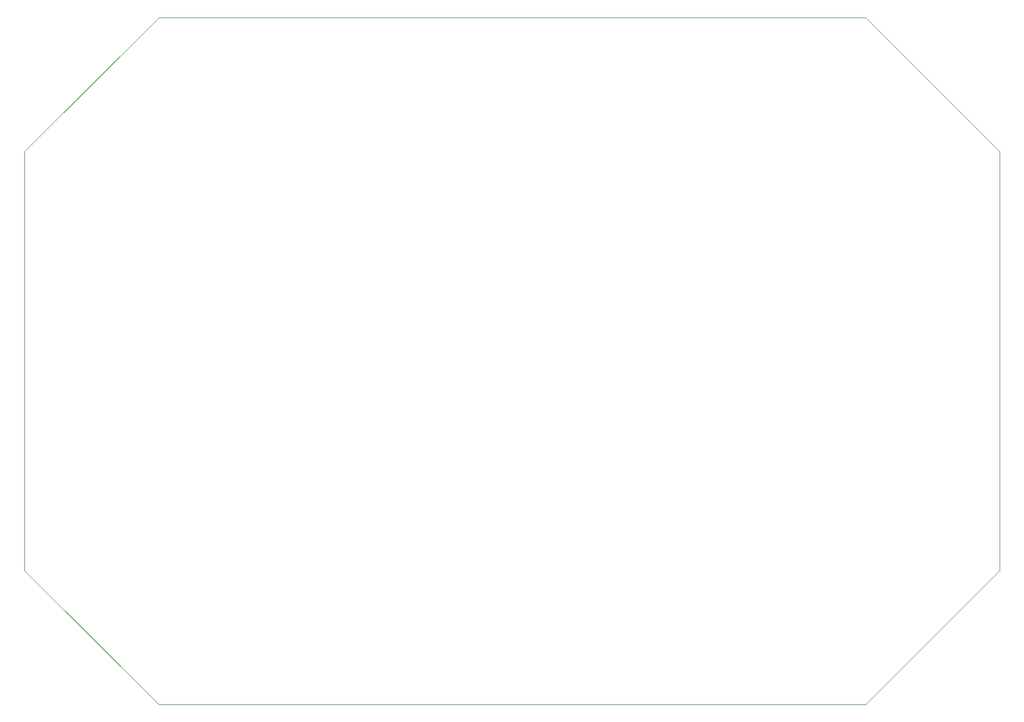
<source format=gm1>
G04 #@! TF.GenerationSoftware,KiCad,Pcbnew,5.1.9+dfsg1-1~bpo10+1*
G04 #@! TF.CreationDate,2021-11-03T11:33:49+01:00*
G04 #@! TF.ProjectId,SynthoGame,53796e74-686f-4476-916d-652e6b696361,REV1*
G04 #@! TF.SameCoordinates,Original*
G04 #@! TF.FileFunction,Profile,NP*
%FSLAX46Y46*%
G04 Gerber Fmt 4.6, Leading zero omitted, Abs format (unit mm)*
G04 Created by KiCad (PCBNEW 5.1.9+dfsg1-1~bpo10+1) date 2021-11-03 11:33:49*
%MOMM*%
%LPD*%
G01*
G04 APERTURE LIST*
G04 #@! TA.AperFunction,Profile*
%ADD10C,0.050000*%
G04 #@! TD*
G04 APERTURE END LIST*
D10*
X92090000Y-134275000D02*
X72090000Y-114275000D01*
X197590000Y-134275000D02*
X92090000Y-134275000D01*
X217590000Y-114275000D02*
X197590000Y-134275000D01*
X217590000Y-51675000D02*
X217590000Y-114275000D01*
X197590000Y-31675000D02*
X217590000Y-51675000D01*
X92090000Y-31675000D02*
X197590000Y-31675000D01*
X72090000Y-51675000D02*
X92090000Y-31675000D01*
X72090000Y-114275000D02*
X72090000Y-51675000D01*
M02*

</source>
